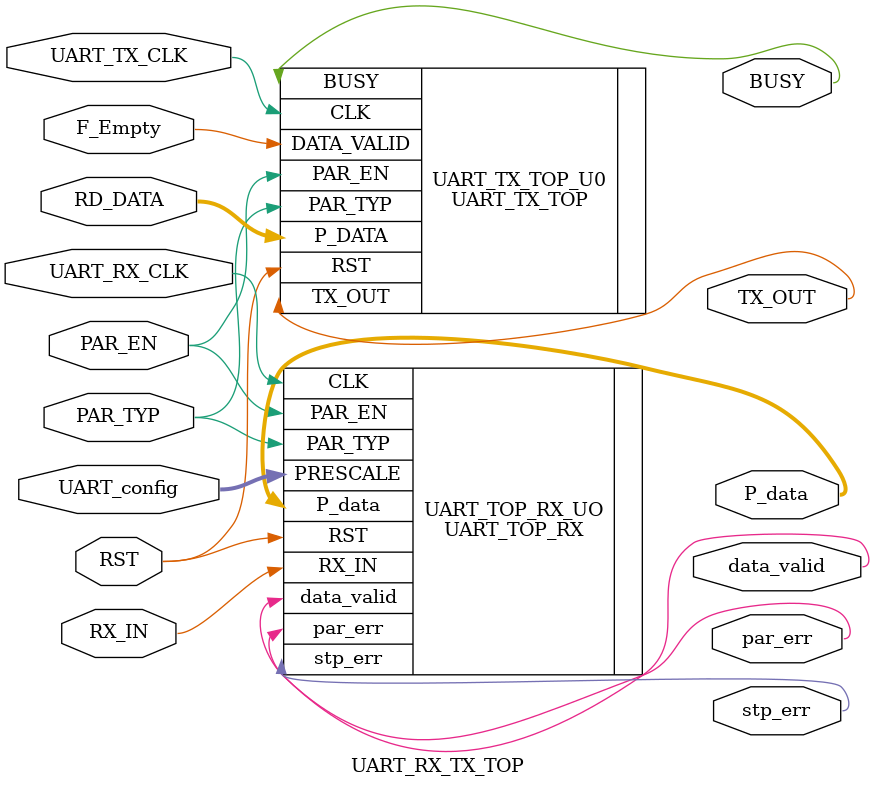
<source format=v>
module UART_RX_TX_TOP(
 input   wire                          UART_TX_CLK,
 input   wire                          UART_RX_CLK,
 input   wire                          RX_IN,
 input   wire                          RST,
 input   wire                          F_Empty,
 input   wire                          PAR_EN,
 input   wire                          PAR_TYP,
 input   wire [5:0]                    UART_config,
 input   wire [7:0]                    RD_DATA,
 output  wire                          TX_OUT,
 output  wire                          BUSY,
 output  wire                          par_err,
 output  wire                          stp_err,
 output  wire [7:0]                    P_data,
 output  wire                          data_valid
 );
 UART_TOP_RX UART_TOP_RX_UO(
  .RX_IN(RX_IN),
  .PRESCALE(UART_config),
  .PAR_EN(PAR_EN),
  .PAR_TYP(PAR_TYP),
  .CLK(UART_RX_CLK),
  .RST(RST),
  .P_data(P_data),
  .data_valid(data_valid),
  .par_err(par_err),
  .stp_err(stp_err)
  );
  UART_TX_TOP UART_TX_TOP_U0(
  .PAR_EN(PAR_EN),
  .P_DATA(RD_DATA),
  .DATA_VALID(F_Empty),
  .PAR_TYP(PAR_TYP),
  .CLK(UART_TX_CLK),
  .RST(RST),
  .TX_OUT(TX_OUT),
  .BUSY(BUSY)
  );
endmodule

</source>
